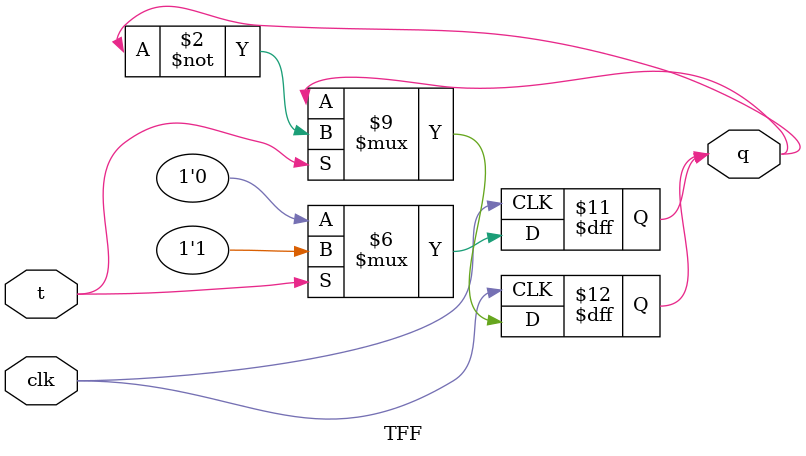
<source format=v>
module TFF (
    input clk, t,
    output reg q
);

    initial q = 0;

    always @ (posedge clk)
        if (t)
            q <= ~q;
        else
            q <= q;
    
    always @ (negedge clk)
        if (t)
            q = 1;
        else
            q = 0;

endmodule
</source>
